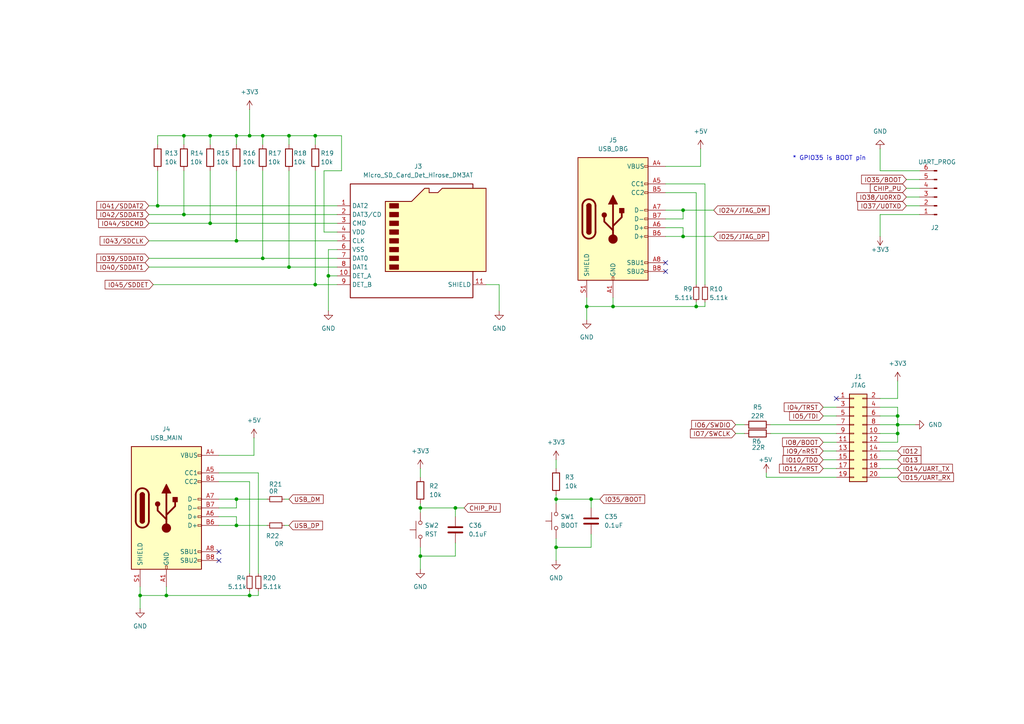
<source format=kicad_sch>
(kicad_sch (version 20250114) (generator "eeschema") (generator_version "9.0")
  (paper "A4")
  (title_block (title "Soul Probe") (date "2025-11-28") (rev "0.1") (company "By Jackson Ming Hu <huming2207@gmail.com> Copright (C) 2025 ") (comment 1 "Strictly no resell or commerical uses unless authorised by the author"))
  (lib_symbols
    (symbol "Connector:Conn_01x06_Pin" (pin_names (offset 1.016) (hide yes))
      (property "Reference" "J" (at 0 7.62 0))
      (property "Value" "Conn_01x06_Pin" (at 0 -10.16 0))
      (symbol "Conn_01x06_Pin_1_1"
        (rectangle (start 0.8636 5.207) (end 0 4.953) (stroke (width 0.1524)) (fill (type outline)))
        (rectangle (start 0.8636 2.667) (end 0 2.413) (stroke (width 0.1524)) (fill (type outline)))
        (rectangle (start 0.8636 0.127) (end 0 -0.127) (stroke (width 0.1524)) (fill (type outline)))
        (rectangle (start 0.8636 -2.413) (end 0 -2.667) (stroke (width 0.1524)) (fill (type outline)))
        (rectangle (start 0.8636 -4.953) (end 0 -5.207) (stroke (width 0.1524)) (fill (type outline)))
        (rectangle (start 0.8636 -7.493) (end 0 -7.747) (stroke (width 0.1524)) (fill (type outline)))
        (polyline (pts (xy 1.27 5.08) (xy 0.8636 5.08)) (stroke (width 0.1524)))
        (polyline (pts (xy 1.27 2.54) (xy 0.8636 2.54)) (stroke (width 0.1524)))
        (polyline (pts (xy 1.27 0) (xy 0.8636 0)) (stroke (width 0.1524)))
        (polyline (pts (xy 1.27 -2.54) (xy 0.8636 -2.54)) (stroke (width 0.1524)))
        (polyline (pts (xy 1.27 -5.08) (xy 0.8636 -5.08)) (stroke (width 0.1524)))
        (polyline (pts (xy 1.27 -7.62) (xy 0.8636 -7.62)) (stroke (width 0.1524)))
        (pin passive line (at 5.08 5.08 180) (length 3.81) (name "Pin_1") (number "1"))
        (pin passive line (at 5.08 2.54 180) (length 3.81) (name "Pin_2") (number "2"))
        (pin passive line (at 5.08 0 180) (length 3.81) (name "Pin_3") (number "3"))
        (pin passive line (at 5.08 -2.54 180) (length 3.81) (name "Pin_4") (number "4"))
        (pin passive line (at 5.08 -5.08 180) (length 3.81) (name "Pin_5") (number "5"))
        (pin passive line (at 5.08 -7.62 180) (length 3.81) (name "Pin_6") (number "6"))
      )
    )
    (symbol "Connector:Micro_SD_Card_Det_Hirose_DM3AT"
      (property "Reference" "J" (at -16.51 17.78 0))
      (property "Value" "Micro_SD_Card_Det_Hirose_DM3AT" (at 16.51 17.78 0))
      (symbol "Micro_SD_Card_Det_Hirose_DM3AT_0_1"
        (polyline (pts (xy -8.89 -8.89) (xy -8.89 11.43) (xy -1.27 11.43) (xy 2.54 15.24) (xy 3.81 15.24) (xy 3.81 13.97) (xy 6.35 13.97) (xy 7.62 15.24) (xy 20.32 15.24) (xy 20.32 -8.89) (xy -8.89 -8.89)) (stroke (width 0.254)) (fill (type background)))
        (rectangle (start -7.62 10.795) (end -5.08 9.525) (stroke (width 0.254)) (fill (type outline)))
        (rectangle (start -7.62 8.255) (end -5.08 6.985) (stroke (width 0.254)) (fill (type outline)))
        (rectangle (start -7.62 5.715) (end -5.08 4.445) (stroke (width 0.254)) (fill (type outline)))
        (rectangle (start -7.62 3.175) (end -5.08 1.905) (stroke (width 0.254)) (fill (type outline)))
        (rectangle (start -7.62 0.635) (end -5.08 -0.635) (stroke (width 0.254)) (fill (type outline)))
        (rectangle (start -7.62 -1.905) (end -5.08 -3.175) (stroke (width 0.254)) (fill (type outline)))
        (rectangle (start -7.62 -4.445) (end -5.08 -5.715) (stroke (width 0.254)) (fill (type outline)))
        (rectangle (start -7.62 -6.985) (end -5.08 -8.255) (stroke (width 0.254)) (fill (type outline)))
        (polyline (pts (xy 16.51 15.24) (xy 16.51 16.51) (xy -19.05 16.51) (xy -19.05 -16.51) (xy 16.51 -16.51) (xy 16.51 -8.89)) (stroke (width 0.254)))
      )
      (symbol "Micro_SD_Card_Det_Hirose_DM3AT_1_1"
        (pin bidirectional line (at -22.86 10.16 0) (length 3.81) (name "DAT2") (number "1"))
        (pin bidirectional line (at -22.86 7.62 0) (length 3.81) (name "DAT3/CD") (number "2"))
        (pin input line (at -22.86 5.08 0) (length 3.81) (name "CMD") (number "3"))
        (pin power_in line (at -22.86 2.54 0) (length 3.81) (name "VDD") (number "4"))
        (pin input line (at -22.86 0 0) (length 3.81) (name "CLK") (number "5"))
        (pin power_in line (at -22.86 -2.54 0) (length 3.81) (name "VSS") (number "6"))
        (pin bidirectional line (at -22.86 -5.08 0) (length 3.81) (name "DAT0") (number "7"))
        (pin bidirectional line (at -22.86 -7.62 0) (length 3.81) (name "DAT1") (number "8"))
        (pin passive line (at -22.86 -10.16 0) (length 3.81) (name "DET_A") (number "10"))
        (pin passive line (at -22.86 -12.7 0) (length 3.81) (name "DET_B") (number "9"))
        (pin passive line (at 20.32 -12.7 180) (length 3.81) (name "SHIELD") (number "11"))
      )
    )
    (symbol "Connector:USB_C_Receptacle_USB2.0_16P" (pin_names (offset 1.016))
      (property "Reference" "J" (at 0 22.225 0))
      (property "Value" "USB_C_Receptacle_USB2.0_16P" (at 0 19.685 0))
      (symbol "USB_C_Receptacle_USB2.0_16P_0_0"
        (rectangle (start -0.254 -17.78) (end 0.254 -16.764))
        (rectangle (start 10.16 15.494) (end 9.144 14.986))
        (rectangle (start 10.16 10.414) (end 9.144 9.906))
        (rectangle (start 10.16 7.874) (end 9.144 7.366))
        (rectangle (start 10.16 2.794) (end 9.144 2.286))
        (rectangle (start 10.16 0.254) (end 9.144 -0.254))
        (rectangle (start 10.16 -2.286) (end 9.144 -2.794))
        (rectangle (start 10.16 -4.826) (end 9.144 -5.334))
        (rectangle (start 10.16 -12.446) (end 9.144 -12.954))
        (rectangle (start 10.16 -14.986) (end 9.144 -15.494))
      )
      (symbol "USB_C_Receptacle_USB2.0_16P_0_1"
        (rectangle (start -10.16 17.78) (end 10.16 -17.78) (stroke (width 0.254)) (fill (type background)))
        (polyline (pts (xy -8.89 -3.81) (xy -8.89 3.81)) (stroke (width 0.508)))
        (rectangle (start -7.62 -3.81) (end -6.35 3.81) (stroke (width 0.254)) (fill (type outline)))
        (arc (start -7.62 3.81) (mid -6.985 4.4423) (end -6.35 3.81) (stroke (width 0.254)))
        (arc (start -7.62 3.81) (mid -6.985 4.4423) (end -6.35 3.81) (stroke (width 0.254)) (fill (type outline)))
        (arc (start -8.89 3.81) (mid -6.985 5.7067) (end -5.08 3.81) (stroke (width 0.508)))
        (arc (start -5.08 -3.81) (mid -6.985 -5.7067) (end -8.89 -3.81) (stroke (width 0.508)))
        (arc (start -6.35 -3.81) (mid -6.985 -4.4423) (end -7.62 -3.81) (stroke (width 0.254)))
        (arc (start -6.35 -3.81) (mid -6.985 -4.4423) (end -7.62 -3.81) (stroke (width 0.254)) (fill (type outline)))
        (polyline (pts (xy -5.08 3.81) (xy -5.08 -3.81)) (stroke (width 0.508)))
        (circle (center -2.54 1.143) (radius 0.635) (stroke (width 0.254)) (fill (type outline)))
        (polyline (pts (xy -1.27 4.318) (xy 0 6.858) (xy 1.27 4.318) (xy -1.27 4.318)) (stroke (width 0.254)) (fill (type outline)))
        (polyline (pts (xy 0 -2.032) (xy 2.54 0.508) (xy 2.54 1.778)) (stroke (width 0.508)))
        (polyline (pts (xy 0 -3.302) (xy -2.54 -0.762) (xy -2.54 0.508)) (stroke (width 0.508)))
        (polyline (pts (xy 0 -5.842) (xy 0 4.318)) (stroke (width 0.508)))
        (circle (center 0 -5.842) (radius 1.27) (fill (type outline)))
        (rectangle (start 1.905 1.778) (end 3.175 3.048) (stroke (width 0.254)) (fill (type outline)))
      )
      (symbol "USB_C_Receptacle_USB2.0_16P_1_1"
        (pin passive line (at -7.62 -22.86 90) (length 5.08) (name "SHIELD") (number "S1"))
        (pin passive line (at 0 -22.86 90) (length 5.08) (name "GND") (number "A1"))
        (pin passive line (at 0 -22.86 90) (length 5.08) (hide yes) (name "GND") (number "A12"))
        (pin passive line (at 0 -22.86 90) (length 5.08) (hide yes) (name "GND") (number "B1"))
        (pin passive line (at 0 -22.86 90) (length 5.08) (hide yes) (name "GND") (number "B12"))
        (pin passive line (at 15.24 15.24 180) (length 5.08) (name "VBUS") (number "A4"))
        (pin passive line (at 15.24 15.24 180) (length 5.08) (hide yes) (name "VBUS") (number "A9"))
        (pin passive line (at 15.24 15.24 180) (length 5.08) (hide yes) (name "VBUS") (number "B4"))
        (pin passive line (at 15.24 15.24 180) (length 5.08) (hide yes) (name "VBUS") (number "B9"))
        (pin bidirectional line (at 15.24 10.16 180) (length 5.08) (name "CC1") (number "A5"))
        (pin bidirectional line (at 15.24 7.62 180) (length 5.08) (name "CC2") (number "B5"))
        (pin bidirectional line (at 15.24 2.54 180) (length 5.08) (name "D-") (number "A7"))
        (pin bidirectional line (at 15.24 0 180) (length 5.08) (name "D-") (number "B7"))
        (pin bidirectional line (at 15.24 -2.54 180) (length 5.08) (name "D+") (number "A6"))
        (pin bidirectional line (at 15.24 -5.08 180) (length 5.08) (name "D+") (number "B6"))
        (pin bidirectional line (at 15.24 -12.7 180) (length 5.08) (name "SBU1") (number "A8"))
        (pin bidirectional line (at 15.24 -15.24 180) (length 5.08) (name "SBU2") (number "B8"))
      )
    )
    (symbol "Connector_Generic:Conn_02x10_Odd_Even" (pin_names (offset 1.016) (hide yes))
      (property "Reference" "J" (at 1.27 12.7 0))
      (property "Value" "Conn_02x10_Odd_Even" (at 1.27 -15.24 0))
      (symbol "Conn_02x10_Odd_Even_1_1"
        (rectangle (start -1.27 11.43) (end 3.81 -13.97) (stroke (width 0.254)) (fill (type background)))
        (rectangle (start -1.27 10.287) (end 0 10.033) (stroke (width 0.1524)))
        (rectangle (start -1.27 7.747) (end 0 7.493) (stroke (width 0.1524)))
        (rectangle (start -1.27 5.207) (end 0 4.953) (stroke (width 0.1524)))
        (rectangle (start -1.27 2.667) (end 0 2.413) (stroke (width 0.1524)))
        (rectangle (start -1.27 0.127) (end 0 -0.127) (stroke (width 0.1524)))
        (rectangle (start -1.27 -2.413) (end 0 -2.667) (stroke (width 0.1524)))
        (rectangle (start -1.27 -4.953) (end 0 -5.207) (stroke (width 0.1524)))
        (rectangle (start -1.27 -7.493) (end 0 -7.747) (stroke (width 0.1524)))
        (rectangle (start -1.27 -10.033) (end 0 -10.287) (stroke (width 0.1524)))
        (rectangle (start -1.27 -12.573) (end 0 -12.827) (stroke (width 0.1524)))
        (rectangle (start 3.81 10.287) (end 2.54 10.033) (stroke (width 0.1524)))
        (rectangle (start 3.81 7.747) (end 2.54 7.493) (stroke (width 0.1524)))
        (rectangle (start 3.81 5.207) (end 2.54 4.953) (stroke (width 0.1524)))
        (rectangle (start 3.81 2.667) (end 2.54 2.413) (stroke (width 0.1524)))
        (rectangle (start 3.81 0.127) (end 2.54 -0.127) (stroke (width 0.1524)))
        (rectangle (start 3.81 -2.413) (end 2.54 -2.667) (stroke (width 0.1524)))
        (rectangle (start 3.81 -4.953) (end 2.54 -5.207) (stroke (width 0.1524)))
        (rectangle (start 3.81 -7.493) (end 2.54 -7.747) (stroke (width 0.1524)))
        (rectangle (start 3.81 -10.033) (end 2.54 -10.287) (stroke (width 0.1524)))
        (rectangle (start 3.81 -12.573) (end 2.54 -12.827) (stroke (width 0.1524)))
        (pin passive line (at -5.08 10.16 0) (length 3.81) (name "Pin_1") (number "1"))
        (pin passive line (at -5.08 7.62 0) (length 3.81) (name "Pin_3") (number "3"))
        (pin passive line (at -5.08 5.08 0) (length 3.81) (name "Pin_5") (number "5"))
        (pin passive line (at -5.08 2.54 0) (length 3.81) (name "Pin_7") (number "7"))
        (pin passive line (at -5.08 0 0) (length 3.81) (name "Pin_9") (number "9"))
        (pin passive line (at -5.08 -2.54 0) (length 3.81) (name "Pin_11") (number "11"))
        (pin passive line (at -5.08 -5.08 0) (length 3.81) (name "Pin_13") (number "13"))
        (pin passive line (at -5.08 -7.62 0) (length 3.81) (name "Pin_15") (number "15"))
        (pin passive line (at -5.08 -10.16 0) (length 3.81) (name "Pin_17") (number "17"))
        (pin passive line (at -5.08 -12.7 0) (length 3.81) (name "Pin_19") (number "19"))
        (pin passive line (at 7.62 10.16 180) (length 3.81) (name "Pin_2") (number "2"))
        (pin passive line (at 7.62 7.62 180) (length 3.81) (name "Pin_4") (number "4"))
        (pin passive line (at 7.62 5.08 180) (length 3.81) (name "Pin_6") (number "6"))
        (pin passive line (at 7.62 2.54 180) (length 3.81) (name "Pin_8") (number "8"))
        (pin passive line (at 7.62 0 180) (length 3.81) (name "Pin_10") (number "10"))
        (pin passive line (at 7.62 -2.54 180) (length 3.81) (name "Pin_12") (number "12"))
        (pin passive line (at 7.62 -5.08 180) (length 3.81) (name "Pin_14") (number "14"))
        (pin passive line (at 7.62 -7.62 180) (length 3.81) (name "Pin_16") (number "16"))
        (pin passive line (at 7.62 -10.16 180) (length 3.81) (name "Pin_18") (number "18"))
        (pin passive line (at 7.62 -12.7 180) (length 3.81) (name "Pin_20") (number "20"))
      )
    )
    (symbol "Device:C" (pin_numbers (hide yes)) (pin_names (offset 0.254))
      (property "Reference" "C" (at 0.635 2.54 0))
      (property "Value" "C" (at 0.635 -2.54 0))
      (symbol "C_0_1"
        (polyline (pts (xy -2.032 0.762) (xy 2.032 0.762)) (stroke (width 0.508)))
        (polyline (pts (xy -2.032 -0.762) (xy 2.032 -0.762)) (stroke (width 0.508)))
      )
      (symbol "C_1_1"
        (pin passive line (at 0 3.81 270) (length 2.794) (name "~") (number "1"))
        (pin passive line (at 0 -3.81 90) (length 2.794) (name "~") (number "2"))
      )
    )
    (symbol "Device:R" (pin_numbers (hide yes)) (pin_names (offset 0))
      (property "Reference" "R" (at 2.032 0 90))
      (property "Value" "R" (at 0 0 90))
      (symbol "R_0_1"
        (rectangle (start -1.016 -2.54) (end 1.016 2.54) (stroke (width 0.254)))
      )
      (symbol "R_1_1"
        (pin passive line (at 0 3.81 270) (length 1.27) (name "~") (number "1"))
        (pin passive line (at 0 -3.81 90) (length 1.27) (name "~") (number "2"))
      )
    )
    (symbol "Device:R_Small" (pin_numbers (hide yes)) (pin_names (offset 0.254) (hide yes))
      (property "Reference" "R" (at 0 0 90))
      (property "Value" "R_Small" (at 1.778 0 90))
      (symbol "R_Small_0_1"
        (rectangle (start -0.762 1.778) (end 0.762 -1.778) (stroke (width 0.2032)))
      )
      (symbol "R_Small_1_1"
        (pin passive line (at 0 2.54 270) (length 0.762) (name "~") (number "1"))
        (pin passive line (at 0 -2.54 90) (length 0.762) (name "~") (number "2"))
      )
    )
    (symbol "Switch:SW_Push" (pin_numbers (hide yes)) (pin_names (offset 1.016) (hide yes))
      (property "Reference" "SW" (at 1.27 2.54 0))
      (property "Value" "SW_Push" (at 0 -1.524 0))
      (symbol "SW_Push_0_1"
        (circle (center -2.032 0) (radius 0.508))
        (polyline (pts (xy 0 1.27) (xy 0 3.048)))
        (circle (center 2.032 0) (radius 0.508))
        (polyline (pts (xy 2.54 1.27) (xy -2.54 1.27)))
        (pin passive line (at -5.08 0 0) (length 2.54) (name "1") (number "1"))
        (pin passive line (at 5.08 0 180) (length 2.54) (name "2") (number "2"))
      )
    )
    (symbol "power:+3V3" (power) (pin_numbers (hide yes)) (pin_names (offset 0) (hide yes))
      (property "Value" "+3V3" (at 0 3.556 0))
      (symbol "+3V3_0_1"
        (polyline (pts (xy -0.762 1.27) (xy 0 2.54)))
        (polyline (pts (xy 0 2.54) (xy 0.762 1.27)))
        (polyline (pts (xy 0 0) (xy 0 2.54)))
      )
      (symbol "+3V3_1_1"
        (pin power_in line (at 0 0 90) (length 0) (name "~") (number "1"))
      )
    )
    (symbol "power:+5V" (power) (pin_numbers (hide yes)) (pin_names (offset 0) (hide yes))
      (property "Value" "+5V" (at 0 3.556 0))
      (symbol "+5V_0_1"
        (polyline (pts (xy -0.762 1.27) (xy 0 2.54)))
        (polyline (pts (xy 0 2.54) (xy 0.762 1.27)))
        (polyline (pts (xy 0 0) (xy 0 2.54)))
      )
      (symbol "+5V_1_1"
        (pin power_in line (at 0 0 90) (length 0) (name "~") (number "1"))
      )
    )
    (symbol "power:GND" (power) (pin_numbers (hide yes)) (pin_names (offset 0) (hide yes))
      (property "Value" "GND" (at 0 -3.81 0))
      (symbol "GND_0_1"
        (polyline (pts (xy 0 0) (xy 0 -1.27) (xy 1.27 -1.27) (xy 0 -2.54) (xy -1.27 -1.27) (xy 0 -1.27)))
      )
      (symbol "GND_1_1"
        (pin power_in line (at 0 0 270) (length 0) (name "~") (number "1"))
      )
    )
  )
  (text "* GPIO35 is BOOT pin" (at 240.538 45.974 0) (effects (font (size 1.27 1.27))))
  (junction (at 83.82 77.47))
  (junction (at 161.29 158.75))
  (junction (at 198.12 60.96))
  (junction (at 132.08 147.32))
  (junction (at 121.92 147.32))
  (junction (at 72.39 172.72))
  (junction (at 68.58 69.85))
  (junction (at 45.72 59.69))
  (junction (at 260.35 120.65))
  (junction (at 91.44 82.55))
  (junction (at 48.26 172.72))
  (junction (at 171.45 144.78))
  (junction (at 95.25 80.01))
  (junction (at 91.44 39.37))
  (junction (at 121.92 161.29))
  (junction (at 60.96 64.77))
  (junction (at 83.82 39.37))
  (junction (at 161.29 144.78))
  (junction (at 198.12 68.58))
  (junction (at 177.8 88.9))
  (junction (at 201.93 88.9))
  (junction (at 170.18 88.9))
  (junction (at 72.39 39.37))
  (junction (at 53.34 39.37))
  (junction (at 53.34 62.23))
  (junction (at 68.58 39.37))
  (junction (at 260.35 123.19))
  (junction (at 260.35 125.73))
  (junction (at 76.2 74.93))
  (junction (at 68.58 152.4))
  (junction (at 76.2 39.37))
  (junction (at 68.58 144.78))
  (junction (at 40.64 172.72))
  (junction (at 60.96 39.37))
  (no_connect (at 193.04 76.2))
  (no_connect (at 63.5 162.56))
  (no_connect (at 193.04 78.74))
  (no_connect (at 242.57 115.57))
  (no_connect (at 63.5 160.02))
  (wire (pts (xy 99.06 49.53) (xy 99.06 39.37)))
  (wire (pts (xy 198.12 68.58) (xy 207.01 68.58)))
  (wire (pts (xy 255.27 128.27) (xy 260.35 128.27)))
  (wire (pts (xy 177.8 86.36) (xy 177.8 88.9)))
  (wire (pts (xy 60.96 64.77) (xy 97.79 64.77)))
  (wire (pts (xy 76.2 49.53) (xy 76.2 74.93)))
  (wire (pts (xy 255.27 123.19) (xy 260.35 123.19)))
  (wire (pts (xy 204.47 53.34) (xy 204.47 82.55)))
  (wire (pts (xy 93.98 49.53) (xy 93.98 67.31)))
  (wire (pts (xy 63.5 144.78) (xy 68.58 144.78)))
  (wire (pts (xy 193.04 66.04) (xy 198.12 66.04)))
  (wire (pts (xy 43.18 77.47) (xy 83.82 77.47)))
  (wire (pts (xy 76.2 39.37) (xy 76.2 41.91)))
  (wire (pts (xy 53.34 49.53) (xy 53.34 62.23)))
  (wire (pts (xy 48.26 170.18) (xy 48.26 172.72)))
  (wire (pts (xy 121.92 165.1) (xy 121.92 161.29)))
  (wire (pts (xy 255.27 135.89) (xy 260.35 135.89)))
  (wire (pts (xy 198.12 66.04) (xy 198.12 68.58)))
  (wire (pts (xy 43.18 59.69) (xy 45.72 59.69)))
  (wire (pts (xy 161.29 143.51) (xy 161.29 144.78)))
  (wire (pts (xy 83.82 39.37) (xy 83.82 41.91)))
  (wire (pts (xy 43.18 64.77) (xy 60.96 64.77)))
  (wire (pts (xy 68.58 69.85) (xy 97.79 69.85)))
  (wire (pts (xy 45.72 59.69) (xy 97.79 59.69)))
  (wire (pts (xy 83.82 49.53) (xy 83.82 77.47)))
  (wire (pts (xy 260.35 123.19) (xy 260.35 120.65)))
  (wire (pts (xy 260.35 123.19) (xy 265.43 123.19)))
  (wire (pts (xy 74.93 137.16) (xy 74.93 166.37)))
  (wire (pts (xy 161.29 144.78) (xy 171.45 144.78)))
  (wire (pts (xy 255.27 118.11) (xy 260.35 118.11)))
  (wire (pts (xy 97.79 72.39) (xy 95.25 72.39)))
  (wire (pts (xy 121.92 146.05) (xy 121.92 147.32)))
  (wire (pts (xy 132.08 157.48) (xy 132.08 161.29)))
  (wire (pts (xy 74.93 171.45) (xy 74.93 172.72)))
  (wire (pts (xy 193.04 53.34) (xy 204.47 53.34)))
  (wire (pts (xy 60.96 49.53) (xy 60.96 64.77)))
  (wire (pts (xy 63.5 149.86) (xy 68.58 149.86)))
  (wire (pts (xy 161.29 158.75) (xy 161.29 156.21)))
  (wire (pts (xy 76.2 74.93) (xy 97.79 74.93)))
  (wire (pts (xy 255.27 130.81) (xy 260.35 130.81)))
  (wire (pts (xy 45.72 39.37) (xy 53.34 39.37)))
  (wire (pts (xy 53.34 62.23) (xy 97.79 62.23)))
  (wire (pts (xy 83.82 77.47) (xy 97.79 77.47)))
  (wire (pts (xy 255.27 133.35) (xy 260.35 133.35)))
  (wire (pts (xy 260.35 115.57) (xy 260.35 110.49)))
  (wire (pts (xy 260.35 118.11) (xy 260.35 120.65)))
  (wire (pts (xy 132.08 147.32) (xy 134.62 147.32)))
  (wire (pts (xy 193.04 60.96) (xy 198.12 60.96)))
  (wire (pts (xy 266.7 49.53) (xy 255.27 49.53)))
  (wire (pts (xy 171.45 158.75) (xy 161.29 158.75)))
  (wire (pts (xy 63.5 132.08) (xy 73.66 132.08)))
  (wire (pts (xy 255.27 138.43) (xy 260.35 138.43)))
  (wire (pts (xy 238.76 135.89) (xy 242.57 135.89)))
  (wire (pts (xy 238.76 133.35) (xy 242.57 133.35)))
  (wire (pts (xy 222.25 138.43) (xy 242.57 138.43)))
  (wire (pts (xy 99.06 39.37) (xy 91.44 39.37)))
  (wire (pts (xy 121.92 135.89) (xy 121.92 138.43)))
  (wire (pts (xy 161.29 144.78) (xy 161.29 146.05)))
  (wire (pts (xy 43.18 69.85) (xy 68.58 69.85)))
  (wire (pts (xy 255.27 125.73) (xy 260.35 125.73)))
  (wire (pts (xy 68.58 144.78) (xy 77.47 144.78)))
  (wire (pts (xy 53.34 39.37) (xy 53.34 41.91)))
  (wire (pts (xy 238.76 118.11) (xy 242.57 118.11)))
  (wire (pts (xy 260.35 120.65) (xy 255.27 120.65)))
  (wire (pts (xy 95.25 80.01) (xy 95.25 90.17)))
  (wire (pts (xy 76.2 39.37) (xy 83.82 39.37)))
  (wire (pts (xy 68.58 147.32) (xy 68.58 144.78)))
  (wire (pts (xy 213.36 123.19) (xy 215.9 123.19)))
  (wire (pts (xy 40.64 170.18) (xy 40.64 172.72)))
  (wire (pts (xy 198.12 63.5) (xy 198.12 60.96)))
  (wire (pts (xy 238.76 130.81) (xy 242.57 130.81)))
  (wire (pts (xy 53.34 39.37) (xy 60.96 39.37)))
  (wire (pts (xy 73.66 132.08) (xy 73.66 127)))
  (wire (pts (xy 72.39 171.45) (xy 72.39 172.72)))
  (wire (pts (xy 91.44 82.55) (xy 97.79 82.55)))
  (wire (pts (xy 45.72 41.91) (xy 45.72 39.37)))
  (wire (pts (xy 45.72 49.53) (xy 45.72 59.69)))
  (wire (pts (xy 91.44 49.53) (xy 91.44 82.55)))
  (wire (pts (xy 193.04 48.26) (xy 203.2 48.26)))
  (wire (pts (xy 132.08 147.32) (xy 132.08 149.86)))
  (wire (pts (xy 266.7 54.61) (xy 262.89 54.61)))
  (wire (pts (xy 91.44 39.37) (xy 91.44 41.91)))
  (wire (pts (xy 255.27 62.23) (xy 255.27 68.58)))
  (wire (pts (xy 170.18 88.9) (xy 170.18 92.71)))
  (wire (pts (xy 193.04 68.58) (xy 198.12 68.58)))
  (wire (pts (xy 48.26 172.72) (xy 40.64 172.72)))
  (wire (pts (xy 171.45 144.78) (xy 173.99 144.78)))
  (wire (pts (xy 68.58 49.53) (xy 68.58 69.85)))
  (wire (pts (xy 223.52 123.19) (xy 242.57 123.19)))
  (wire (pts (xy 83.82 39.37) (xy 91.44 39.37)))
  (wire (pts (xy 121.92 147.32) (xy 121.92 148.59)))
  (wire (pts (xy 266.7 57.15) (xy 262.89 57.15)))
  (wire (pts (xy 60.96 39.37) (xy 68.58 39.37)))
  (wire (pts (xy 140.97 82.55) (xy 144.78 82.55)))
  (wire (pts (xy 40.64 172.72) (xy 40.64 176.53)))
  (wire (pts (xy 121.92 147.32) (xy 132.08 147.32)))
  (wire (pts (xy 201.93 88.9) (xy 177.8 88.9)))
  (wire (pts (xy 68.58 149.86) (xy 68.58 152.4)))
  (wire (pts (xy 60.96 39.37) (xy 60.96 41.91)))
  (wire (pts (xy 68.58 39.37) (xy 72.39 39.37)))
  (wire (pts (xy 95.25 72.39) (xy 95.25 80.01)))
  (wire (pts (xy 266.7 62.23) (xy 255.27 62.23)))
  (wire (pts (xy 43.18 74.93) (xy 76.2 74.93)))
  (wire (pts (xy 68.58 152.4) (xy 77.47 152.4)))
  (wire (pts (xy 72.39 31.75) (xy 72.39 39.37)))
  (wire (pts (xy 260.35 128.27) (xy 260.35 125.73)))
  (wire (pts (xy 83.82 152.4) (xy 82.55 152.4)))
  (wire (pts (xy 204.47 87.63) (xy 204.47 88.9)))
  (wire (pts (xy 95.25 80.01) (xy 97.79 80.01)))
  (wire (pts (xy 72.39 139.7) (xy 72.39 166.37)))
  (wire (pts (xy 238.76 120.65) (xy 242.57 120.65)))
  (wire (pts (xy 204.47 88.9) (xy 201.93 88.9)))
  (wire (pts (xy 44.45 82.55) (xy 91.44 82.55)))
  (wire (pts (xy 72.39 39.37) (xy 76.2 39.37)))
  (wire (pts (xy 193.04 63.5) (xy 198.12 63.5)))
  (wire (pts (xy 201.93 87.63) (xy 201.93 88.9)))
  (wire (pts (xy 260.35 125.73) (xy 260.35 123.19)))
  (wire (pts (xy 93.98 49.53) (xy 99.06 49.53)))
  (wire (pts (xy 63.5 137.16) (xy 74.93 137.16)))
  (wire (pts (xy 266.7 59.69) (xy 262.89 59.69)))
  (wire (pts (xy 83.82 144.78) (xy 82.55 144.78)))
  (wire (pts (xy 144.78 82.55) (xy 144.78 90.17)))
  (wire (pts (xy 161.29 133.35) (xy 161.29 135.89)))
  (wire (pts (xy 193.04 55.88) (xy 201.93 55.88)))
  (wire (pts (xy 266.7 52.07) (xy 262.89 52.07)))
  (wire (pts (xy 223.52 125.73) (xy 242.57 125.73)))
  (wire (pts (xy 255.27 49.53) (xy 255.27 43.18)))
  (wire (pts (xy 171.45 144.78) (xy 171.45 147.32)))
  (wire (pts (xy 43.18 62.23) (xy 53.34 62.23)))
  (wire (pts (xy 203.2 48.26) (xy 203.2 43.18)))
  (wire (pts (xy 97.79 67.31) (xy 93.98 67.31)))
  (wire (pts (xy 63.5 147.32) (xy 68.58 147.32)))
  (wire (pts (xy 255.27 115.57) (xy 260.35 115.57)))
  (wire (pts (xy 63.5 152.4) (xy 68.58 152.4)))
  (wire (pts (xy 213.36 125.73) (xy 215.9 125.73)))
  (wire (pts (xy 161.29 162.56) (xy 161.29 158.75)))
  (wire (pts (xy 201.93 55.88) (xy 201.93 82.55)))
  (wire (pts (xy 170.18 86.36) (xy 170.18 88.9)))
  (wire (pts (xy 121.92 161.29) (xy 121.92 158.75)))
  (wire (pts (xy 72.39 172.72) (xy 48.26 172.72)))
  (wire (pts (xy 222.25 137.16) (xy 222.25 138.43)))
  (wire (pts (xy 171.45 154.94) (xy 171.45 158.75)))
  (wire (pts (xy 63.5 139.7) (xy 72.39 139.7)))
  (wire (pts (xy 68.58 39.37) (xy 68.58 41.91)))
  (wire (pts (xy 132.08 161.29) (xy 121.92 161.29)))
  (wire (pts (xy 74.93 172.72) (xy 72.39 172.72)))
  (wire (pts (xy 177.8 88.9) (xy 170.18 88.9)))
  (wire (pts (xy 198.12 60.96) (xy 207.01 60.96)))
  (wire (pts (xy 238.76 128.27) (xy 242.57 128.27)))
  (global_label "IO38{slash}U0RXD" (shape input) (at 262.89 57.15 180) (property "Intersheetrefs" "${INTERSHEET_REFS}" (effects (hide yes))))
  (global_label "USB_DP" (shape input) (at 83.82 152.4 0) (property "Intersheetrefs" "${INTERSHEET_REFS}" (effects (hide yes))))
  (global_label "CHIP_PU" (shape input) (at 262.89 54.61 180) (property "Intersheetrefs" "${INTERSHEET_REFS}" (effects (hide yes))))
  (global_label "IO4{slash}TRST" (shape input) (at 238.76 118.11 180) (property "Intersheetrefs" "${INTERSHEET_REFS}" (effects (hide yes))))
  (global_label "IO44{slash}SDCMD" (shape input) (at 43.18 64.77 180) (property "Intersheetrefs" "${INTERSHEET_REFS}" (effects (hide yes))))
  (global_label "IO35{slash}BOOT" (shape input) (at 262.89 52.07 180) (property "Intersheetrefs" "${INTERSHEET_REFS}" (effects (hide yes))))
  (global_label "IO5{slash}TDI" (shape input) (at 238.76 120.65 180) (property "Intersheetrefs" "${INTERSHEET_REFS}" (effects (hide yes))))
  (global_label "CHIP_PU" (shape input) (at 134.62 147.32 0) (property "Intersheetrefs" "${INTERSHEET_REFS}" (effects (hide yes))))
  (global_label "USB_DM" (shape input) (at 83.82 144.78 0) (property "Intersheetrefs" "${INTERSHEET_REFS}" (effects (hide yes))))
  (global_label "IO12" (shape input) (at 260.35 130.81 0) (property "Intersheetrefs" "${INTERSHEET_REFS}" (effects (hide yes))))
  (global_label "IO13" (shape input) (at 260.35 133.35 0) (property "Intersheetrefs" "${INTERSHEET_REFS}" (effects (hide yes))))
  (global_label "IO24{slash}JTAG_DM" (shape input) (at 207.01 60.96 0) (property "Intersheetrefs" "${INTERSHEET_REFS}" (effects (hide yes))))
  (global_label "IO41{slash}SDDAT2" (shape input) (at 43.18 59.69 180) (property "Intersheetrefs" "${INTERSHEET_REFS}" (effects (hide yes))))
  (global_label "IO35{slash}BOOT" (shape input) (at 173.99 144.78 0) (property "Intersheetrefs" "${INTERSHEET_REFS}" (effects (hide yes))))
  (global_label "IO9{slash}nRST" (shape input) (at 238.76 130.81 180) (property "Intersheetrefs" "${INTERSHEET_REFS}" (effects (hide yes))))
  (global_label "IO37{slash}U0TXD" (shape input) (at 262.89 59.69 180) (property "Intersheetrefs" "${INTERSHEET_REFS}" (effects (hide yes))))
  (global_label "IO39{slash}SDDAT0" (shape input) (at 43.18 74.93 180) (property "Intersheetrefs" "${INTERSHEET_REFS}" (effects (hide yes))))
  (global_label "IO7{slash}SWCLK" (shape input) (at 213.36 125.73 180) (property "Intersheetrefs" "${INTERSHEET_REFS}" (effects (hide yes))))
  (global_label "IO45{slash}SDDET" (shape input) (at 44.45 82.55 180) (property "Intersheetrefs" "${INTERSHEET_REFS}" (effects (hide yes))))
  (global_label "IO25{slash}JTAG_DP" (shape input) (at 207.01 68.58 0) (property "Intersheetrefs" "${INTERSHEET_REFS}" (effects (hide yes))))
  (global_label "IO10{slash}TDO" (shape input) (at 238.76 133.35 180) (property "Intersheetrefs" "${INTERSHEET_REFS}" (effects (hide yes))))
  (global_label "IO15{slash}UART_RX" (shape input) (at 260.35 138.43 0) (property "Intersheetrefs" "${INTERSHEET_REFS}" (effects (hide yes))))
  (global_label "IO14{slash}UART_TX" (shape input) (at 260.35 135.89 0) (property "Intersheetrefs" "${INTERSHEET_REFS}" (effects (hide yes))))
  (global_label "IO11{slash}nRST" (shape input) (at 238.76 135.89 180) (property "Intersheetrefs" "${INTERSHEET_REFS}" (effects (hide yes))))
  (global_label "IO8{slash}BOOT" (shape input) (at 238.76 128.27 180) (property "Intersheetrefs" "${INTERSHEET_REFS}" (effects (hide yes))))
  (global_label "IO43{slash}SDCLK" (shape input) (at 43.18 69.85 180) (property "Intersheetrefs" "${INTERSHEET_REFS}" (effects (hide yes))))
  (global_label "IO40{slash}SDDAT1" (shape input) (at 43.18 77.47 180) (property "Intersheetrefs" "${INTERSHEET_REFS}" (effects (hide yes))))
  (global_label "IO6{slash}SWDIO" (shape input) (at 213.36 123.19 180) (property "Intersheetrefs" "${INTERSHEET_REFS}" (effects (hide yes))))
  (global_label "IO42{slash}SDDAT3" (shape input) (at 43.18 62.23 180) (property "Intersheetrefs" "${INTERSHEET_REFS}" (effects (hide yes))))
  (symbol (lib_id "Device:R") (at 219.71 123.19 90) (unit 1)
    (property "Reference" "R5" (at 219.71 118.11 90))
    (property "Value" "22R" (at 219.71 120.65 90))
    (property "Description" "Resistor" (effects (hide yes)))
  )
  (symbol (lib_id "Connector:USB_C_Receptacle_USB2.0_16P") (at 48.26 147.32 0) (unit 1)
    (property "Reference" "J4" (at 48.26 124.46 0))
    (property "Value" "USB_MAIN" (at 48.26 127 0))
    (property "Datasheet" "https://www.usb.org/sites/default/files/documents/usb_type-c.zip" (effects (hide yes)))
    (property "Description" "USB 2.0-only 16P Type-C Receptacle connector" (effects (hide yes)))
  )
  (symbol (lib_id "power:GND") (at 161.29 162.56 0) (unit 1)
    (property "Reference" "#PWR056" (effects (hide yes)))
    (property "Value" "GND" (at 161.29 167.64 0))
    (property "Description" "Power symbol creates a global label with name \"GND\" , ground" (effects (hide yes)))
  )
  (symbol (lib_id "power:+3V3") (at 161.29 133.35 0) (unit 1)
    (property "Reference" "#PWR055" (effects (hide yes)))
    (property "Value" "+3V3" (at 161.29 128.27 0))
    (property "Description" "Power symbol creates a global label with name \"+3V3\"" (effects (hide yes)))
  )
  (symbol (lib_id "Device:R") (at 121.92 142.24 0) (unit 1)
    (property "Reference" "R2" (at 124.46 140.9699 0) (effects (justify left)))
    (property "Value" "10k" (at 124.46 143.5099 0) (effects (justify left)))
    (property "Footprint" "Resistor_SMD:R_0402_1005Metric" (effects (hide yes)))
    (property "Description" "Resistor" (effects (hide yes)))
    (property "LCSC" "C25744" (effects (hide yes)))
  )
  (symbol (lib_id "power:GND") (at 95.25 90.17 0) (unit 1)
    (property "Reference" "#PWR040" (effects (hide yes)))
    (property "Value" "GND" (at 95.25 95.25 0))
    (property "Description" "Power symbol creates a global label with name \"GND\" , ground" (effects (hide yes)))
  )
  (symbol (lib_id "power:+3V3") (at 72.39 31.75 0) (unit 1)
    (property "Reference" "#PWR039" (effects (hide yes)))
    (property "Value" "+3V3" (at 72.39 26.67 0))
    (property "Description" "Power symbol creates a global label with name \"+3V3\"" (effects (hide yes)))
  )
  (symbol (lib_id "power:+5V") (at 73.66 127 0) (unit 1)
    (property "Reference" "#PWR043" (effects (hide yes)))
    (property "Value" "+5V" (at 73.66 121.92 0))
    (property "Description" "Power symbol creates a global label with name \"+5V\"" (effects (hide yes)))
  )
  (symbol (lib_id "Device:R") (at 83.82 45.72 0) (unit 1)
    (property "Reference" "R18" (at 85.09 44.45 0) (effects (justify left)))
    (property "Value" "10k" (at 85.09 46.99 0) (effects (justify left)))
    (property "Footprint" "Resistor_SMD:R_0402_1005Metric" (effects (hide yes)))
    (property "Description" "Resistor" (effects (hide yes)))
    (property "LCSC" "C25744" (effects (hide yes)))
  )
  (symbol (lib_id "Device:R") (at 68.58 45.72 0) (unit 1)
    (property "Reference" "R16" (at 70.358 44.45 0) (effects (justify left)))
    (property "Value" "10k" (at 70.358 46.99 0) (effects (justify left)))
    (property "Footprint" "Resistor_SMD:R_0402_1005Metric" (effects (hide yes)))
    (property "Description" "Resistor" (effects (hide yes)))
    (property "LCSC" "C25744" (effects (hide yes)))
  )
  (symbol (lib_id "power:+3V3") (at 255.27 68.58 180) (unit 1)
    (property "Reference" "#PWR053" (effects (hide yes)))
    (property "Value" "+3V3" (at 255.27 72.39 0))
    (property "Description" "Power symbol creates a global label with name \"+3V3\"" (effects (hide yes)))
  )
  (symbol (lib_id "Device:C") (at 171.45 151.13 0) (unit 1)
    (property "Reference" "C35" (at 175.26 149.8599 0) (effects (justify left)))
    (property "Value" "0.1uF" (at 175.26 152.3999 0) (effects (justify left)))
    (property "Footprint" "Capacitor_SMD:C_0402_1005Metric" (effects (hide yes)))
    (property "Description" "Unpolarized capacitor" (effects (hide yes)))
    (property "LCSC" "C1525" (effects (hide yes)))
  )
  (symbol (lib_id "Switch:SW_Push") (at 121.92 153.67 90) (unit 1)
    (property "Reference" "SW2" (at 123.19 152.3999 90) (effects (justify right)))
    (property "Value" "RST" (at 123.19 154.9399 90) (effects (justify right)))
    (property "Footprint" "Button_Switch_SMD:SW_Push_1P1T_XKB_TS-1187A" (effects (hide yes)))
    (property "Description" "Push button switch, generic, two pins" (effects (hide yes)))
    (property "LCSC" "C318884" (effects (hide yes)))
  )
  (symbol (lib_id "Connector:Conn_01x06_Pin") (at 271.78 57.15 180) (unit 1)
    (property "Reference" "J2" (at 271.145 66.04 0))
    (property "Value" "UART_PROG" (at 271.78 46.99 0))
    (property "Footprint" "Connector_PinHeader_2.54mm:PinHeader_1x06_P2.54mm_Vertical" (effects (hide yes)))
    (property "Description" "Generic connector, single row, 01x06, script generated" (effects (hide yes)))
  )
  (symbol (lib_id "power:GND") (at 265.43 123.19 90) (unit 1)
    (property "Reference" "#PWR037" (effects (hide yes)))
    (property "Value" "GND" (at 269.24 123.1899 90) (effects (justify right)))
    (property "Description" "Power symbol creates a global label with name \"GND\" , ground" (effects (hide yes)))
  )
  (symbol (lib_id "Device:R") (at 53.34 45.72 0) (unit 1)
    (property "Reference" "R14" (at 55.118 44.45 0) (effects (justify left)))
    (property "Value" "10k" (at 55.118 46.99 0) (effects (justify left)))
    (property "Footprint" "Resistor_SMD:R_0402_1005Metric" (effects (hide yes)))
    (property "Description" "Resistor" (effects (hide yes)))
    (property "LCSC" "C25744" (effects (hide yes)))
  )
  (symbol (lib_id "power:GND") (at 121.92 165.1 0) (unit 1)
    (property "Reference" "#PWR058" (effects (hide yes)))
    (property "Value" "GND" (at 121.92 170.18 0))
    (property "Description" "Power symbol creates a global label with name \"GND\" , ground" (effects (hide yes)))
  )
  (symbol (lib_id "power:GND") (at 170.18 92.71 0) (unit 1)
    (property "Reference" "#PWR065" (effects (hide yes)))
    (property "Value" "GND" (at 170.18 97.79 0))
    (property "Description" "Power symbol creates a global label with name \"GND\" , ground" (effects (hide yes)))
  )
  (symbol (lib_id "Device:R_Small") (at 80.01 152.4 90) (unit 1)
    (property "Reference" "R22" (at 81.026 155.448 90) (effects (justify left)))
    (property "Value" "0R" (at 82.296 157.734 90) (effects (justify left)))
    (property "Footprint" "Resistor_SMD:R_0402_1005Metric" (effects (hide yes)))
    (property "Description" "Resistor, small symbol" (effects (hide yes)))
    (property "LCSC" "C17168" (effects (hide yes)))
  )
  (symbol (lib_id "Device:R") (at 45.72 45.72 0) (unit 1)
    (property "Reference" "R13" (at 47.752 44.45 0) (effects (justify left)))
    (property "Value" "10k" (at 47.752 46.99 0) (effects (justify left)))
    (property "Footprint" "Resistor_SMD:R_0402_1005Metric" (effects (hide yes)))
    (property "Description" "Resistor" (effects (hide yes)))
    (property "LCSC" "C25744" (effects (hide yes)))
  )
  (symbol (lib_id "Device:R") (at 76.2 45.72 0) (unit 1)
    (property "Reference" "R17" (at 77.724 44.45 0) (effects (justify left)))
    (property "Value" "10k" (at 77.724 46.99 0) (effects (justify left)))
    (property "Footprint" "Resistor_SMD:R_0402_1005Metric" (effects (hide yes)))
    (property "Description" "Resistor" (effects (hide yes)))
    (property "LCSC" "C25744" (effects (hide yes)))
  )
  (symbol (lib_id "Device:R_Small") (at 201.93 85.09 0) (unit 1)
    (property "Reference" "R9" (at 198.12 83.82 0) (effects (justify left)))
    (property "Value" "5.11k" (at 195.58 86.36 0) (effects (justify left)))
    (property "Footprint" "Resistor_SMD:R_0402_1005Metric" (effects (hide yes)))
    (property "Description" "Resistor, small symbol" (effects (hide yes)))
    (property "LCSC" "C25905" (effects (hide yes)))
  )
  (symbol (lib_id "Device:R") (at 219.71 125.73 270) (unit 1)
    (property "Reference" "R6" (at 219.456 128.016 90))
    (property "Value" "22R" (at 219.964 129.794 90))
    (property "Description" "Resistor" (effects (hide yes)))
  )
  (symbol (lib_id "power:+5V") (at 203.2 43.18 0) (unit 1)
    (property "Reference" "#PWR066" (effects (hide yes)))
    (property "Value" "+5V" (at 203.2 38.1 0))
    (property "Description" "Power symbol creates a global label with name \"+5V\"" (effects (hide yes)))
  )
  (symbol (lib_id "Device:R") (at 161.29 139.7 0) (unit 1)
    (property "Reference" "R3" (at 163.83 138.4299 0) (effects (justify left)))
    (property "Value" "10k" (at 163.83 140.9699 0) (effects (justify left)))
    (property "Footprint" "Resistor_SMD:R_0402_1005Metric" (effects (hide yes)))
    (property "Description" "Resistor" (effects (hide yes)))
    (property "LCSC" "C25744" (effects (hide yes)))
  )
  (symbol (lib_id "power:GND") (at 144.78 90.17 0) (unit 1)
    (property "Reference" "#PWR041" (effects (hide yes)))
    (property "Value" "GND" (at 144.78 95.25 0))
    (property "Description" "Power symbol creates a global label with name \"GND\" , ground" (effects (hide yes)))
  )
  (symbol (lib_id "Device:R_Small") (at 74.93 168.91 0) (unit 1)
    (property "Reference" "R20" (at 76.2 167.64 0) (effects (justify left)))
    (property "Value" "5.11k" (at 76.2 170.18 0) (effects (justify left)))
    (property "Footprint" "Resistor_SMD:R_0402_1005Metric" (effects (hide yes)))
    (property "Description" "Resistor, small symbol" (effects (hide yes)))
    (property "LCSC" "C25905" (effects (hide yes)))
  )
  (symbol (lib_id "Switch:SW_Push") (at 161.29 151.13 90) (unit 1)
    (property "Reference" "SW1" (at 162.56 149.8599 90) (effects (justify right)))
    (property "Value" "BOOT" (at 162.56 152.3999 90) (effects (justify right)))
    (property "Footprint" "Button_Switch_SMD:SW_Push_1P1T_XKB_TS-1187A" (effects (hide yes)))
    (property "Description" "Push button switch, generic, two pins" (effects (hide yes)))
    (property "LCSC" "C318884" (effects (hide yes)))
  )
  (symbol (lib_id "power:+3V3") (at 260.35 110.49 0) (unit 1)
    (property "Reference" "#PWR036" (effects (hide yes)))
    (property "Value" "+3V3" (at 260.35 105.41 0))
    (property "Description" "Power symbol creates a global label with name \"+3V3\"" (effects (hide yes)))
  )
  (symbol (lib_id "power:GND") (at 255.27 43.18 180) (unit 1)
    (property "Reference" "#PWR054" (effects (hide yes)))
    (property "Value" "GND" (at 255.27 38.1 0))
    (property "Description" "Power symbol creates a global label with name \"GND\" , ground" (effects (hide yes)))
  )
  (symbol (lib_id "Device:R") (at 91.44 45.72 0) (unit 1)
    (property "Reference" "R19" (at 92.964 44.45 0) (effects (justify left)))
    (property "Value" "10k" (at 92.964 46.99 0) (effects (justify left)))
    (property "Footprint" "Resistor_SMD:R_0402_1005Metric" (effects (hide yes)))
    (property "Description" "Resistor" (effects (hide yes)))
    (property "LCSC" "C25744" (effects (hide yes)))
  )
  (symbol (lib_id "power:+3V3") (at 121.92 135.89 0) (unit 1)
    (property "Reference" "#PWR057" (effects (hide yes)))
    (property "Value" "+3V3" (at 121.92 130.81 0))
    (property "Description" "Power symbol creates a global label with name \"+3V3\"" (effects (hide yes)))
  )
  (symbol (lib_id "Device:R") (at 60.96 45.72 0) (unit 1)
    (property "Reference" "R15" (at 62.738 44.45 0) (effects (justify left)))
    (property "Value" "10k" (at 62.738 46.99 0) (effects (justify left)))
    (property "Footprint" "Resistor_SMD:R_0402_1005Metric" (effects (hide yes)))
    (property "Description" "Resistor" (effects (hide yes)))
    (property "LCSC" "C25744" (effects (hide yes)))
  )
  (symbol (lib_id "Device:R_Small") (at 204.47 85.09 0) (unit 1)
    (property "Reference" "R10" (at 205.74 83.82 0) (effects (justify left)))
    (property "Value" "5.11k" (at 205.74 86.36 0) (effects (justify left)))
    (property "Footprint" "Resistor_SMD:R_0402_1005Metric" (effects (hide yes)))
    (property "Description" "Resistor, small symbol" (effects (hide yes)))
    (property "LCSC" "C25905" (effects (hide yes)))
  )
  (symbol (lib_id "Device:R_Small") (at 80.01 144.78 270) (unit 1)
    (property "Reference" "R21" (at 77.978 140.462 90) (effects (justify left)))
    (property "Value" "0R" (at 77.978 142.494 90) (effects (justify left)))
    (property "Footprint" "Resistor_SMD:R_0402_1005Metric" (effects (hide yes)))
    (property "Description" "Resistor, small symbol" (effects (hide yes)))
    (property "LCSC" "C17168" (effects (hide yes)))
  )
  (symbol (lib_id "power:GND") (at 40.64 176.53 0) (unit 1)
    (property "Reference" "#PWR042" (effects (hide yes)))
    (property "Value" "GND" (at 40.64 181.61 0))
    (property "Description" "Power symbol creates a global label with name \"GND\" , ground" (effects (hide yes)))
  )
  (symbol (lib_id "Connector:USB_C_Receptacle_USB2.0_16P") (at 177.8 63.5 0) (unit 1)
    (property "Reference" "J5" (at 177.8 40.64 0))
    (property "Value" "USB_DBG" (at 177.8 43.18 0))
    (property "Datasheet" "https://www.usb.org/sites/default/files/documents/usb_type-c.zip" (effects (hide yes)))
    (property "Description" "USB 2.0-only 16P Type-C Receptacle connector" (effects (hide yes)))
  )
  (symbol (lib_id "Device:C") (at 132.08 153.67 0) (unit 1)
    (property "Reference" "C36" (at 135.89 152.3999 0) (effects (justify left)))
    (property "Value" "0.1uF" (at 135.89 154.9399 0) (effects (justify left)))
    (property "Footprint" "Capacitor_SMD:C_0402_1005Metric" (effects (hide yes)))
    (property "Description" "Unpolarized capacitor" (effects (hide yes)))
    (property "LCSC" "C1525" (effects (hide yes)))
  )
  (symbol (lib_id "power:+3V3") (at 222.25 137.16 0) (unit 1)
    (property "Reference" "#PWR038" (effects (hide yes)))
    (property "Value" "+5V" (at 221.996 133.35 0))
    (property "Description" "Power symbol creates a global label with name \"+3V3\"" (effects (hide yes)))
  )
  (symbol (lib_id "Connector:Micro_SD_Card_Det_Hirose_DM3AT") (at 120.65 69.85 0) (unit 1)
    (property "Reference" "J3" (at 121.285 48.26 0))
    (property "Value" "Micro_SD_Card_Det_Hirose_DM3AT" (at 121.285 50.8 0))
    (property "Footprint" "Connector_Card:microSD_HC_Hirose_DM3AT-SF-PEJM5" (effects (hide yes)))
    (property "Datasheet" "https://www.hirose.com/product/en/download_file/key_name/DM3/category/Catalog/doc_file_id/49662/?file_category_id=4&item_id=195&is_series=1" (effects (hide yes)))
    (property "Description" "Micro SD Card Socket with card detection pins" (effects (hide yes)))
    (property "LCSC" "C114218" (effects (hide yes)))
  )
  (symbol (lib_id "Device:R_Small") (at 72.39 168.91 0) (unit 1)
    (property "Reference" "R4" (at 68.58 167.64 0) (effects (justify left)))
    (property "Value" "5.11k" (at 66.04 170.18 0) (effects (justify left)))
    (property "Footprint" "Resistor_SMD:R_0402_1005Metric" (effects (hide yes)))
    (property "Description" "Resistor, small symbol" (effects (hide yes)))
    (property "LCSC" "C25905" (effects (hide yes)))
  )
  (symbol (lib_id "Connector_Generic:Conn_02x10_Odd_Even") (at 247.65 125.73 0) (unit 1)
    (property "Reference" "J1" (at 248.92 109.22 0))
    (property "Value" "JTAG" (at 248.92 111.76 0))
    (property "Footprint" "Connector_PinHeader_2.54mm:PinHeader_2x10_P2.54mm_Vertical" (effects (hide yes)))
    (property "Description" "Generic connector, double row, 02x10, odd/even pin numbering scheme (row 1 odd numbers, row 2 even numbers), script generated (kicad-library-utils/schlib/autogen/connector/)" (effects (hide yes)))
  )
)
</source>
